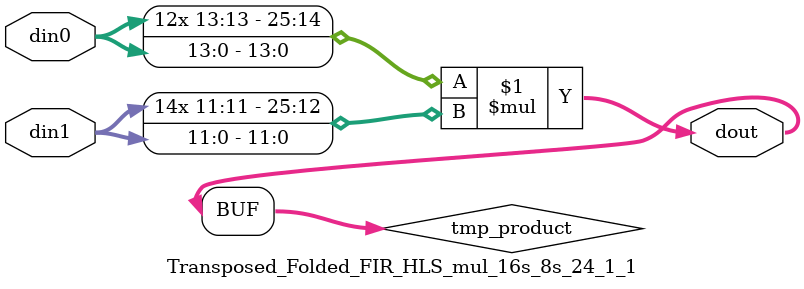
<source format=v>

`timescale 1 ns / 1 ps

 module Transposed_Folded_FIR_HLS_mul_16s_8s_24_1_1(din0, din1, dout);
parameter ID = 1;
parameter NUM_STAGE = 0;
parameter din0_WIDTH = 14;
parameter din1_WIDTH = 12;
parameter dout_WIDTH = 26;

input [din0_WIDTH - 1 : 0] din0; 
input [din1_WIDTH - 1 : 0] din1; 
output [dout_WIDTH - 1 : 0] dout;

wire signed [dout_WIDTH - 1 : 0] tmp_product;



























assign tmp_product = $signed(din0) * $signed(din1);








assign dout = tmp_product;





















endmodule

</source>
